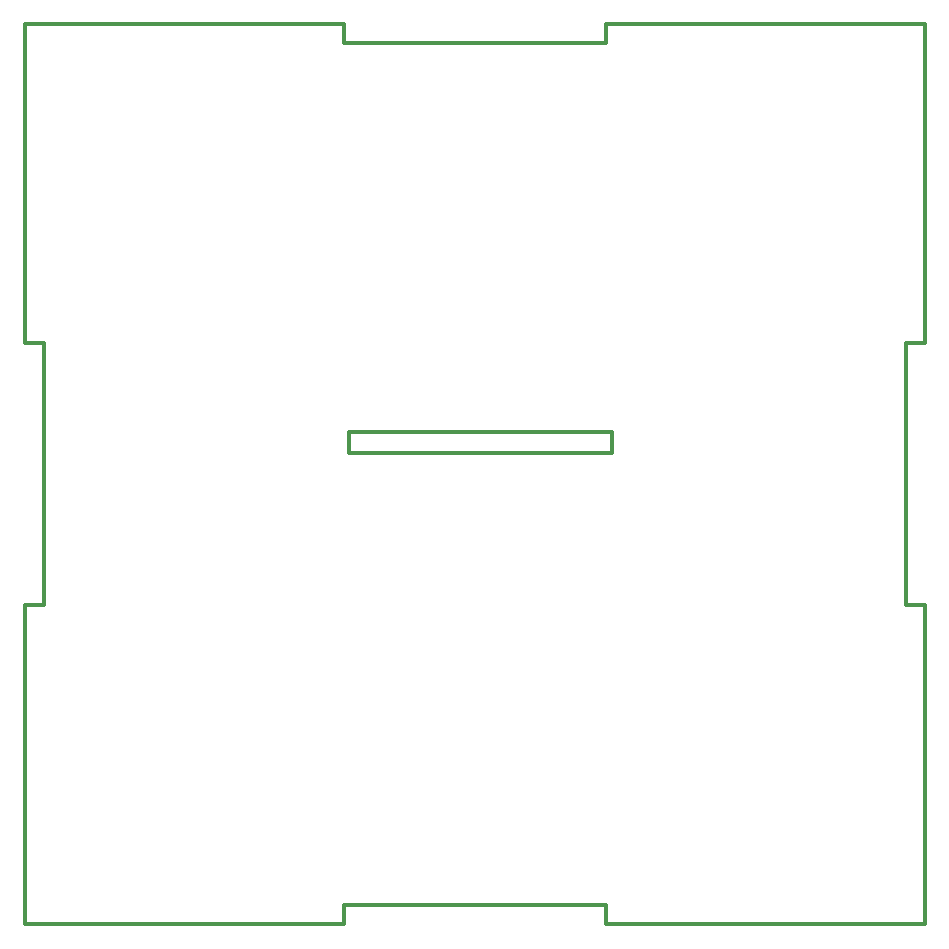
<source format=gbr>
%TF.GenerationSoftware,KiCad,Pcbnew,7.0.5-0*%
%TF.CreationDate,2024-04-21T21:04:40-04:00*%
%TF.ProjectId,swr_meter_top,7377725f-6d65-4746-9572-5f746f702e6b,rev?*%
%TF.SameCoordinates,Original*%
%TF.FileFunction,Profile,NP*%
%FSLAX46Y46*%
G04 Gerber Fmt 4.6, Leading zero omitted, Abs format (unit mm)*
G04 Created by KiCad (PCBNEW 7.0.5-0) date 2024-04-21 21:04:40*
%MOMM*%
%LPD*%
G01*
G04 APERTURE LIST*
%TA.AperFunction,Profile*%
%ADD10C,0.349999*%
%TD*%
G04 APERTURE END LIST*
D10*
X149200000Y-99999992D02*
X149200000Y-98399992D01*
X149200001Y-25399992D02*
X149200001Y-23799992D01*
X149200001Y-23799992D02*
X176199998Y-23799992D01*
X149700000Y-60099992D02*
X127500000Y-60099992D01*
X127000000Y-98399992D02*
X127000000Y-99999992D01*
X100000000Y-99999992D02*
X100000000Y-72999992D01*
X127000000Y-100000000D02*
X100000000Y-100000000D01*
X149700000Y-58299992D02*
X149700000Y-60099992D01*
X174600000Y-72999992D02*
X176199998Y-72999992D01*
X149200000Y-98399992D02*
X127000000Y-98399992D01*
X127500000Y-60099992D02*
X127500000Y-58299992D01*
X174600000Y-50799994D02*
X174600000Y-72999992D01*
X100000001Y-72999992D02*
X101600001Y-72999992D01*
X127000001Y-23799992D02*
X127000001Y-25399992D01*
X176199998Y-72999992D02*
X176199998Y-99999992D01*
X101600000Y-50799994D02*
X100000000Y-50799994D01*
X176199998Y-99999992D02*
X149200000Y-99999992D01*
X127500000Y-58299992D02*
X149700000Y-58299992D01*
X100000000Y-50799994D02*
X100000000Y-23799995D01*
X176199998Y-50799994D02*
X174600000Y-50799994D01*
X127000001Y-25399992D02*
X149200001Y-25399992D01*
X176199998Y-23799995D02*
X176199998Y-50799994D01*
X101600001Y-72999992D02*
X101600001Y-50799992D01*
X100000000Y-23799995D02*
X127000001Y-23799995D01*
M02*

</source>
